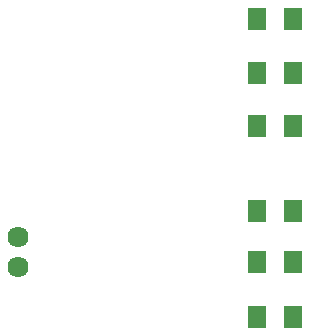
<source format=gtp>
G04 MADE WITH FRITZING*
G04 WWW.FRITZING.ORG*
G04 DOUBLE SIDED*
G04 HOLES PLATED*
G04 CONTOUR ON CENTER OF CONTOUR VECTOR*
%ASAXBY*%
%FSLAX23Y23*%
%MOIN*%
%OFA0B0*%
%SFA1.0B1.0*%
%ADD10C,0.070555*%
%ADD11R,0.062992X0.074803*%
%LNPASTEMASK1*%
G90*
G70*
G54D10*
X649Y1770D03*
X649Y1670D03*
G54D11*
X1445Y1859D03*
X1567Y1859D03*
X1445Y2497D03*
X1567Y2497D03*
X1445Y1686D03*
X1567Y1686D03*
X1445Y2317D03*
X1567Y2317D03*
X1445Y1505D03*
X1567Y1505D03*
X1445Y2142D03*
X1567Y2142D03*
G04 End of PasteMask1*
M02*
</source>
